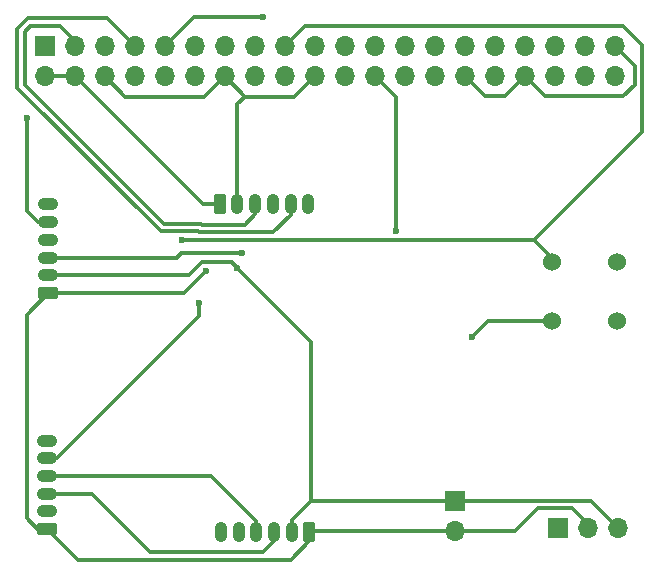
<source format=gbr>
%TF.GenerationSoftware,KiCad,Pcbnew,8.0.1*%
%TF.CreationDate,2024-09-05T17:17:53+09:00*%
%TF.ProjectId,Test2,54657374-322e-46b6-9963-61645f706362,rev?*%
%TF.SameCoordinates,Original*%
%TF.FileFunction,Copper,L2,Bot*%
%TF.FilePolarity,Positive*%
%FSLAX46Y46*%
G04 Gerber Fmt 4.6, Leading zero omitted, Abs format (unit mm)*
G04 Created by KiCad (PCBNEW 8.0.1) date 2024-09-05 17:17:53*
%MOMM*%
%LPD*%
G01*
G04 APERTURE LIST*
G04 Aperture macros list*
%AMRoundRect*
0 Rectangle with rounded corners*
0 $1 Rounding radius*
0 $2 $3 $4 $5 $6 $7 $8 $9 X,Y pos of 4 corners*
0 Add a 4 corners polygon primitive as box body*
4,1,4,$2,$3,$4,$5,$6,$7,$8,$9,$2,$3,0*
0 Add four circle primitives for the rounded corners*
1,1,$1+$1,$2,$3*
1,1,$1+$1,$4,$5*
1,1,$1+$1,$6,$7*
1,1,$1+$1,$8,$9*
0 Add four rect primitives between the rounded corners*
20,1,$1+$1,$2,$3,$4,$5,0*
20,1,$1+$1,$4,$5,$6,$7,0*
20,1,$1+$1,$6,$7,$8,$9,0*
20,1,$1+$1,$8,$9,$2,$3,0*%
G04 Aperture macros list end*
%TA.AperFunction,ComponentPad*%
%ADD10R,1.700000X1.700000*%
%TD*%
%TA.AperFunction,ComponentPad*%
%ADD11O,1.700000X1.700000*%
%TD*%
%TA.AperFunction,ComponentPad*%
%ADD12RoundRect,0.250000X0.615000X-0.265000X0.615000X0.265000X-0.615000X0.265000X-0.615000X-0.265000X0*%
%TD*%
%TA.AperFunction,ComponentPad*%
%ADD13O,1.730000X1.030000*%
%TD*%
%TA.AperFunction,ComponentPad*%
%ADD14C,1.524000*%
%TD*%
%TA.AperFunction,ComponentPad*%
%ADD15RoundRect,0.250000X-0.265000X-0.615000X0.265000X-0.615000X0.265000X0.615000X-0.265000X0.615000X0*%
%TD*%
%TA.AperFunction,ComponentPad*%
%ADD16O,1.030000X1.730000*%
%TD*%
%TA.AperFunction,ComponentPad*%
%ADD17RoundRect,0.250000X0.265000X0.615000X-0.265000X0.615000X-0.265000X-0.615000X0.265000X-0.615000X0*%
%TD*%
%TA.AperFunction,ViaPad*%
%ADD18C,0.600000*%
%TD*%
%TA.AperFunction,Conductor*%
%ADD19C,0.300000*%
%TD*%
G04 APERTURE END LIST*
D10*
%TO.P,J6,1,Pin_1*%
%TO.N,Net-(J2-Pin_2)*%
X131800000Y-125600000D03*
D11*
%TO.P,J6,2,Pin_2*%
%TO.N,Net-(J2-Pin_1)*%
X131800000Y-128140000D03*
%TD*%
D10*
%TO.P,J1,1,3V3*%
%TO.N,Net-(J1-3V3-Pad1)*%
X97080000Y-87100000D03*
D11*
%TO.P,J1,2,5V*%
%TO.N,Net-(J2-Pin_1)*%
X97080000Y-89640000D03*
%TO.P,J1,3,SDA/GPIO2*%
%TO.N,Net-(J1-SDA{slash}GPIO2)*%
X99620000Y-87100000D03*
%TO.P,J1,4,5V*%
%TO.N,Net-(J2-Pin_1)*%
X99620000Y-89640000D03*
%TO.P,J1,5,SCL/GPIO3*%
%TO.N,Net-(J1-SCL{slash}GPIO3)*%
X102160000Y-87100000D03*
%TO.P,J1,6,GND*%
%TO.N,Net-(J2-Pin_2)*%
X102160000Y-89640000D03*
%TO.P,J1,7,GCLK0/GPIO4*%
%TO.N,Net-(J1-GCLK0{slash}GPIO4)*%
X104700000Y-87100000D03*
%TO.P,J1,8,GPIO14/TXD*%
%TO.N,unconnected-(J1-GPIO14{slash}TXD-Pad8)*%
X104700000Y-89640000D03*
%TO.P,J1,9,GND*%
%TO.N,Net-(J2-Pin_2)*%
X107240000Y-87100000D03*
%TO.P,J1,10,GPIO15/RXD*%
%TO.N,unconnected-(J1-GPIO15{slash}RXD-Pad10)*%
X107240000Y-89640000D03*
%TO.P,J1,11,GPIO17*%
%TO.N,Net-(J1-GPIO17)*%
X109780000Y-87100000D03*
%TO.P,J1,12,GPIO18/PWM0*%
%TO.N,unconnected-(J1-GPIO18{slash}PWM0-Pad12)*%
X109780000Y-89640000D03*
%TO.P,J1,13,GPIO27*%
%TO.N,Net-(J1-GPIO27)*%
X112320000Y-87100000D03*
%TO.P,J1,14,GND*%
%TO.N,Net-(J2-Pin_2)*%
X112320000Y-89640000D03*
%TO.P,J1,15,GPIO22*%
%TO.N,Net-(J1-GPIO22)*%
X114860000Y-87100000D03*
%TO.P,J1,16,GPIO23*%
%TO.N,Net-(J1-GPIO23)*%
X114860000Y-89640000D03*
%TO.P,J1,17,3V3*%
%TO.N,Net-(J1-3V3-Pad1)*%
X117400000Y-87100000D03*
%TO.P,J1,18,GPIO24*%
%TO.N,unconnected-(J1-GPIO24-Pad18)*%
X117400000Y-89640000D03*
%TO.P,J1,19,MOSI0/GPIO10*%
%TO.N,unconnected-(J1-MOSI0{slash}GPIO10-Pad19)*%
X119940000Y-87100000D03*
%TO.P,J1,20,GND*%
%TO.N,Net-(J2-Pin_2)*%
X119940000Y-89640000D03*
%TO.P,J1,21,MISO0/GPIO9*%
%TO.N,unconnected-(J1-MISO0{slash}GPIO9-Pad21)*%
X122480000Y-87100000D03*
%TO.P,J1,22,GPIO25*%
%TO.N,unconnected-(J1-GPIO25-Pad22)*%
X122480000Y-89640000D03*
%TO.P,J1,23,SCLK0/GPIO11*%
%TO.N,unconnected-(J1-SCLK0{slash}GPIO11-Pad23)*%
X125020000Y-87100000D03*
%TO.P,J1,24,~{CE0}/GPIO8*%
%TO.N,Net-(J1-~{CE0}{slash}GPIO8)*%
X125020000Y-89640000D03*
%TO.P,J1,25,GND*%
%TO.N,Net-(J2-Pin_2)*%
X127560000Y-87100000D03*
%TO.P,J1,26,~{CE1}/GPIO7*%
%TO.N,unconnected-(J1-~{CE1}{slash}GPIO7-Pad26)*%
X127560000Y-89640000D03*
%TO.P,J1,27,ID_SD/GPIO0*%
%TO.N,unconnected-(J1-ID_SD{slash}GPIO0-Pad27)*%
X130100000Y-87100000D03*
%TO.P,J1,28,ID_SC/GPIO1*%
%TO.N,unconnected-(J1-ID_SC{slash}GPIO1-Pad28)*%
X130100000Y-89640000D03*
%TO.P,J1,29,GCLK1/GPIO5*%
%TO.N,unconnected-(J1-GCLK1{slash}GPIO5-Pad29)*%
X132640000Y-87100000D03*
%TO.P,J1,30,GND*%
%TO.N,Net-(J2-Pin_2)*%
X132640000Y-89640000D03*
%TO.P,J1,31,GCLK2/GPIO6*%
%TO.N,unconnected-(J1-GCLK2{slash}GPIO6-Pad31)*%
X135180000Y-87100000D03*
%TO.P,J1,32,PWM0/GPIO12*%
%TO.N,unconnected-(J1-PWM0{slash}GPIO12-Pad32)*%
X135180000Y-89640000D03*
%TO.P,J1,33,PWM1/GPIO13*%
%TO.N,unconnected-(J1-PWM1{slash}GPIO13-Pad33)*%
X137720000Y-87100000D03*
%TO.P,J1,34,GND*%
%TO.N,Net-(J2-Pin_2)*%
X137720000Y-89640000D03*
%TO.P,J1,35,GPIO19/MISO1*%
%TO.N,unconnected-(J1-GPIO19{slash}MISO1-Pad35)*%
X140260000Y-87100000D03*
%TO.P,J1,36,GPIO16*%
%TO.N,unconnected-(J1-GPIO16-Pad36)*%
X140260000Y-89640000D03*
%TO.P,J1,37,GPIO26*%
%TO.N,unconnected-(J1-GPIO26-Pad37)*%
X142800000Y-87100000D03*
%TO.P,J1,38,GPIO20/MOSI1*%
%TO.N,unconnected-(J1-GPIO20{slash}MOSI1-Pad38)*%
X142800000Y-89640000D03*
%TO.P,J1,39,GND*%
%TO.N,Net-(J2-Pin_2)*%
X145340000Y-87100000D03*
%TO.P,J1,40,GPIO21/SCLK1*%
%TO.N,unconnected-(J1-GPIO21{slash}SCLK1-Pad40)*%
X145340000Y-89640000D03*
%TD*%
D12*
%TO.P,J2,1,Pin_1*%
%TO.N,Net-(J2-Pin_1)*%
X97400000Y-108000000D03*
D13*
%TO.P,J2,2,Pin_2*%
%TO.N,Net-(J2-Pin_2)*%
X97400000Y-106500000D03*
%TO.P,J2,3,Pin_3*%
%TO.N,Net-(J1-SDA{slash}GPIO2)*%
X97400000Y-105000000D03*
%TO.P,J2,4,Pin_4*%
%TO.N,Net-(J1-SCL{slash}GPIO3)*%
X97400000Y-103500000D03*
%TO.P,J2,5,Pin_5*%
%TO.N,Net-(J1-GPIO17)*%
X97400000Y-102000000D03*
%TO.P,J2,6,Pin_6*%
%TO.N,unconnected-(J2-Pin_6-Pad6)*%
X97400000Y-100500000D03*
%TD*%
D14*
%TO.P,SW1,1,1*%
%TO.N,Net-(J1-3V3-Pad1)*%
X140000000Y-105400000D03*
%TO.P,SW1,2,2*%
%TO.N,Net-(R1-Pad1)*%
X140000000Y-110400000D03*
%TO.P,SW1,3*%
%TO.N,N/C*%
X145500000Y-110400000D03*
%TO.P,SW1,4*%
X145500000Y-105400000D03*
%TD*%
D15*
%TO.P,S1,1,Pin_1*%
%TO.N,Net-(J2-Pin_1)*%
X111900000Y-100500000D03*
D16*
%TO.P,S1,2,Pin_2*%
%TO.N,Net-(J2-Pin_2)*%
X113400000Y-100500000D03*
%TO.P,S1,3,Pin_3*%
%TO.N,Net-(J1-SDA{slash}GPIO2)*%
X114900000Y-100500000D03*
%TO.P,S1,4,Pin_4*%
%TO.N,Net-(J1-SCL{slash}GPIO3)*%
X116400000Y-100500000D03*
%TO.P,S1,5,Pin_5*%
%TO.N,Net-(J1-GCLK0{slash}GPIO4)*%
X117900000Y-100500000D03*
%TO.P,S1,6,Pin_6*%
%TO.N,unconnected-(S1-Pin_6-Pad6)*%
X119400000Y-100500000D03*
%TD*%
D17*
%TO.P,J4,1,Pin_1*%
%TO.N,Net-(J2-Pin_1)*%
X119500000Y-128200000D03*
D16*
%TO.P,J4,2,Pin_2*%
%TO.N,Net-(J2-Pin_2)*%
X118000000Y-128200000D03*
%TO.P,J4,3,Pin_3*%
%TO.N,Net-(J1-SDA{slash}GPIO2)*%
X116500000Y-128200000D03*
%TO.P,J4,4,Pin_4*%
%TO.N,Net-(J1-SCL{slash}GPIO3)*%
X115000000Y-128200000D03*
%TO.P,J4,5,Pin_5*%
%TO.N,Net-(J1-GPIO22)*%
X113500000Y-128200000D03*
%TO.P,J4,6,Pin_6*%
%TO.N,unconnected-(J4-Pin_6-Pad6)*%
X112000000Y-128200000D03*
%TD*%
D10*
%TO.P,M1,1,PWM*%
%TO.N,Net-(J1-GPIO23)*%
X140560000Y-127900000D03*
D11*
%TO.P,M1,2,+*%
%TO.N,Net-(J2-Pin_1)*%
X143100000Y-127900000D03*
%TO.P,M1,3,-*%
%TO.N,Net-(J2-Pin_2)*%
X145640000Y-127900000D03*
%TD*%
D12*
%TO.P,J3,1,Pin_1*%
%TO.N,Net-(J2-Pin_1)*%
X97300000Y-128000000D03*
D13*
%TO.P,J3,2,Pin_2*%
%TO.N,Net-(J2-Pin_2)*%
X97300000Y-126500000D03*
%TO.P,J3,3,Pin_3*%
%TO.N,Net-(J1-SDA{slash}GPIO2)*%
X97300000Y-125000000D03*
%TO.P,J3,4,Pin_4*%
%TO.N,Net-(J1-SCL{slash}GPIO3)*%
X97300000Y-123500000D03*
%TO.P,J3,5,Pin_5*%
%TO.N,Net-(J1-GPIO27)*%
X97300000Y-122000000D03*
%TO.P,J3,6,Pin_6*%
%TO.N,unconnected-(J3-Pin_6-Pad6)*%
X97300000Y-120500000D03*
%TD*%
D18*
%TO.N,Net-(R1-Pad1)*%
X133261100Y-111748000D03*
%TO.N,Net-(J1-SDA{slash}GPIO2)*%
X113825000Y-104626200D03*
%TO.N,Net-(J1-~{CE0}{slash}GPIO8)*%
X126831100Y-102718000D03*
%TO.N,Net-(J1-GPIO27)*%
X110142100Y-108831600D03*
%TO.N,Net-(J2-Pin_1)*%
X110714100Y-106145700D03*
%TO.N,Net-(J2-Pin_2)*%
X113400000Y-105888900D03*
X115550000Y-84642400D03*
%TO.N,Net-(J1-3V3-Pad1)*%
X108663500Y-103517000D03*
%TO.N,Net-(J1-GPIO17)*%
X95615400Y-93209700D03*
%TD*%
D19*
%TO.N,Net-(R1-Pad1)*%
X134609100Y-110400000D02*
X133261100Y-111748000D01*
X140000000Y-110400000D02*
X134609100Y-110400000D01*
%TO.N,Net-(J1-SDA{slash}GPIO2)*%
X101051900Y-125000000D02*
X97300000Y-125000000D01*
X106010700Y-129958800D02*
X101051900Y-125000000D01*
X108616700Y-129958800D02*
X106010700Y-129958800D01*
X108618200Y-129957300D02*
X108616700Y-129958800D01*
X115525500Y-129957300D02*
X108618200Y-129957300D01*
X116500000Y-128982800D02*
X115525500Y-129957300D01*
X116500000Y-128200000D02*
X116500000Y-128982800D01*
X99620000Y-86669800D02*
X99620000Y-87100000D01*
X98348500Y-85398300D02*
X99620000Y-86669800D01*
X95866100Y-85398300D02*
X98348500Y-85398300D01*
X95378300Y-85886100D02*
X95866100Y-85398300D01*
X95378300Y-90361400D02*
X95378300Y-85886100D01*
X107180500Y-102163600D02*
X95378300Y-90361400D01*
X110310600Y-102163600D02*
X107180500Y-102163600D01*
X110391200Y-102244200D02*
X110310600Y-102163600D01*
X114012700Y-102244200D02*
X110391200Y-102244200D01*
X114900000Y-101356900D02*
X114012700Y-102244200D01*
X114900000Y-100500000D02*
X114900000Y-101356900D01*
X108615200Y-104626200D02*
X113825000Y-104626200D01*
X108241400Y-105000000D02*
X108615200Y-104626200D01*
X97400000Y-105000000D02*
X108241400Y-105000000D01*
%TO.N,Net-(J1-GCLK0{slash}GPIO4)*%
X102355800Y-84755800D02*
X104700000Y-87100000D01*
X95650500Y-84755800D02*
X102355800Y-84755800D01*
X94776500Y-85629800D02*
X95650500Y-84755800D01*
X94776500Y-90629400D02*
X94776500Y-85629800D01*
X106912400Y-102765300D02*
X94776500Y-90629400D01*
X110061400Y-102765300D02*
X106912400Y-102765300D01*
X110170000Y-102873900D02*
X110061400Y-102765300D01*
X116384200Y-102873900D02*
X110170000Y-102873900D01*
X117900000Y-101358100D02*
X116384200Y-102873900D01*
X117900000Y-100500000D02*
X117900000Y-101358100D01*
%TO.N,Net-(J1-~{CE0}{slash}GPIO8)*%
X126831000Y-102718000D02*
X126831100Y-102718000D01*
X126831000Y-91451000D02*
X126831000Y-102718000D01*
X125020000Y-89640000D02*
X126831000Y-91451000D01*
%TO.N,Net-(J1-GPIO27)*%
X110142100Y-109956800D02*
X110142100Y-108831600D01*
X98098900Y-122000000D02*
X110142100Y-109956800D01*
X97300000Y-122000000D02*
X98098900Y-122000000D01*
%TO.N,Net-(J1-SCL{slash}GPIO3)*%
X115000000Y-127342400D02*
X115000000Y-128200000D01*
X111157600Y-123500000D02*
X115000000Y-127342400D01*
X97300000Y-123500000D02*
X111157600Y-123500000D01*
%TO.N,Net-(J2-Pin_1)*%
X110480000Y-100500000D02*
X99620000Y-89640000D01*
X111900000Y-100500000D02*
X110480000Y-100500000D01*
X99620000Y-89640000D02*
X97080000Y-89640000D01*
X136920000Y-128140000D02*
X131800000Y-128140000D01*
X138861700Y-126198300D02*
X136920000Y-128140000D01*
X141762800Y-126198300D02*
X138861700Y-126198300D01*
X143100000Y-127535500D02*
X141762800Y-126198300D01*
X143100000Y-127900000D02*
X143100000Y-127535500D01*
X119560000Y-128140000D02*
X119500000Y-128200000D01*
X131800000Y-128140000D02*
X119560000Y-128140000D01*
X99870200Y-130570200D02*
X97300000Y-128000000D01*
X117928000Y-130570200D02*
X99870200Y-130570200D01*
X119500000Y-128998200D02*
X117928000Y-130570200D01*
X119500000Y-128200000D02*
X119500000Y-128998200D01*
X95556100Y-109843900D02*
X97400000Y-108000000D01*
X95556100Y-127090200D02*
X95556100Y-109843900D01*
X96465900Y-128000000D02*
X95556100Y-127090200D01*
X97300000Y-128000000D02*
X96465900Y-128000000D01*
X108859800Y-108000000D02*
X110714100Y-106145700D01*
X97400000Y-108000000D02*
X108859800Y-108000000D01*
%TO.N,Net-(J2-Pin_2)*%
X103904400Y-91384400D02*
X102160000Y-89640000D01*
X110575600Y-91384400D02*
X103904400Y-91384400D01*
X112320000Y-89640000D02*
X110575600Y-91384400D01*
X113400000Y-92044000D02*
X114062000Y-91382000D01*
X113400000Y-100500000D02*
X113400000Y-92044000D01*
X118198000Y-91382000D02*
X114062000Y-91382000D01*
X119940000Y-89640000D02*
X118198000Y-91382000D01*
X114062000Y-91382000D02*
X112320000Y-89640000D01*
X112905000Y-105393900D02*
X113400000Y-105888900D01*
X110401300Y-105393900D02*
X112905000Y-105393900D01*
X109295200Y-106500000D02*
X110401300Y-105393900D01*
X97400000Y-106500000D02*
X109295200Y-106500000D01*
X131804700Y-125595300D02*
X131800000Y-125600000D01*
X143335300Y-125595300D02*
X131804700Y-125595300D01*
X145640000Y-127900000D02*
X143335300Y-125595300D01*
X119639000Y-112127900D02*
X113400000Y-105888900D01*
X119639000Y-125600000D02*
X119639000Y-112127900D01*
X131800000Y-125600000D02*
X119639000Y-125600000D01*
X118000000Y-127239000D02*
X118000000Y-128200000D01*
X119639000Y-125600000D02*
X118000000Y-127239000D01*
X109697600Y-84642400D02*
X107240000Y-87100000D01*
X115550000Y-84642400D02*
X109697600Y-84642400D01*
X136013500Y-91346500D02*
X137720000Y-89640000D01*
X134346500Y-91346500D02*
X136013500Y-91346500D01*
X132640000Y-89640000D02*
X134346500Y-91346500D01*
X147050500Y-88810500D02*
X145340000Y-87100000D01*
X147050500Y-90358300D02*
X147050500Y-88810500D01*
X146048400Y-91360400D02*
X147050500Y-90358300D01*
X139440400Y-91360400D02*
X146048400Y-91360400D01*
X137720000Y-89640000D02*
X139440400Y-91360400D01*
%TO.N,Net-(J1-3V3-Pad1)*%
X140000000Y-105006800D02*
X138510200Y-103517000D01*
X140000000Y-105400000D02*
X140000000Y-105006800D01*
X138510200Y-103517000D02*
X108663500Y-103517000D01*
X119117300Y-85382700D02*
X117400000Y-87100000D01*
X146051200Y-85382700D02*
X119117300Y-85382700D01*
X147660900Y-86992400D02*
X146051200Y-85382700D01*
X147660900Y-87689100D02*
X147660900Y-86992400D01*
X147662400Y-87690600D02*
X147660900Y-87689100D01*
X147662400Y-89609500D02*
X147662400Y-87690600D01*
X147660900Y-89611000D02*
X147662400Y-89609500D01*
X147660900Y-94366300D02*
X147660900Y-89611000D01*
X138510200Y-103517000D02*
X147660900Y-94366300D01*
%TO.N,Net-(J1-GPIO17)*%
X95615400Y-101065500D02*
X95615400Y-93209700D01*
X96549900Y-102000000D02*
X95615400Y-101065500D01*
X97400000Y-102000000D02*
X96549900Y-102000000D01*
%TD*%
M02*

</source>
